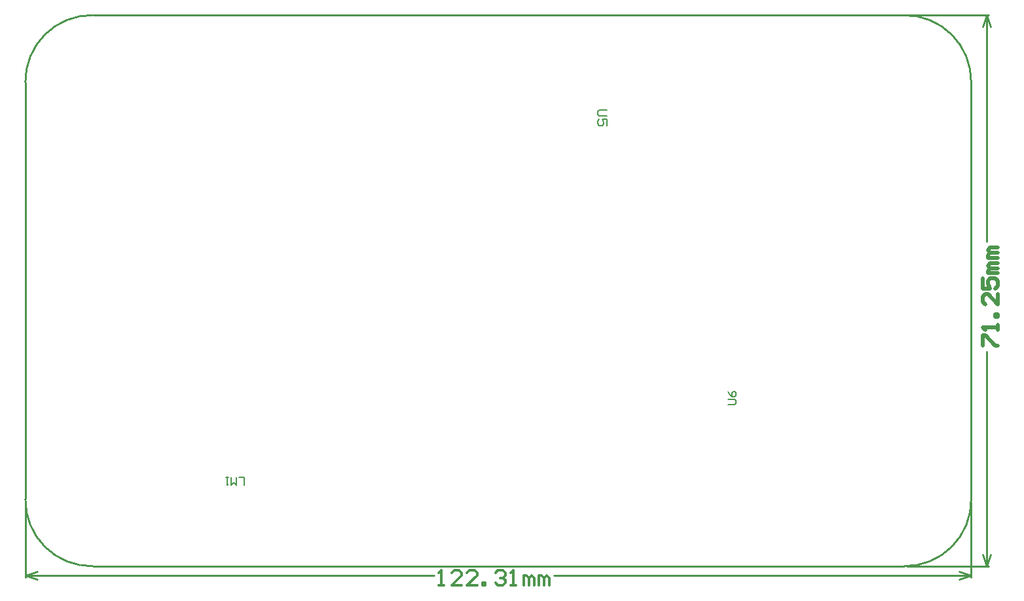
<source format=gm1>
%TF.GenerationSoftware,Altium Limited,Altium Designer,23.11.1 (41)*%
G04 Layer_Color=16711935*
%FSLAX45Y45*%
%MOMM*%
%TF.SameCoordinates,FD849FC7-13BB-4974-9BF6-0D42D88E725C*%
%TF.FilePolarity,Positive*%
%TF.FileFunction,Other,Mechanical_1*%
%TF.Part,Single*%
G01*
G75*
%TA.AperFunction,NonConductor*%
%ADD28C,0.15240*%
%ADD35C,0.25400*%
%ADD51C,0.30000*%
%ADD52C,0.50000*%
%ADD53C,0.17780*%
%ADD54C,0.15000*%
D28*
X5156200Y-13169867D02*
Y-13068300D01*
X5088489D01*
X5054633D02*
Y-13169867D01*
X5020777Y-13136011D01*
X4986921Y-13169867D01*
Y-13068300D01*
X4953066D02*
X4919210D01*
X4936138D01*
Y-13169867D01*
X4953066Y-13152939D01*
D35*
X2330273Y-13347791D02*
G03*
X3200309Y-14217827I857427J-12609D01*
G01*
X13690686Y-14218146D02*
G03*
X14561044Y-13347786I12614J857745D01*
G01*
X14560733Y-7962809D02*
G03*
X13690691Y-7092767I-857433J12609D01*
G01*
X3200314Y-7092455D02*
G03*
X2329955Y-7962814I-12614J-857745D01*
G01*
X2330273Y-14363699D02*
Y-13385892D01*
X14561044Y-14363699D02*
Y-13385886D01*
X2330273Y-14338300D02*
X7618424D01*
X9162095D02*
X14561044D01*
X2330273D02*
X2482673Y-14389101D01*
X2330273Y-14338300D02*
X2482673Y-14287500D01*
X14408646D02*
X14561044Y-14338300D01*
X14408646Y-14389101D02*
X14561044Y-14338300D01*
X13728786Y-14217827D02*
X14782800D01*
X13576385Y-7092455D02*
X14782800D01*
X14757401Y-14217827D02*
Y-11439070D01*
Y-10022012D02*
Y-7092455D01*
Y-14217827D02*
X14808200Y-14065427D01*
X14706599D02*
X14757401Y-14217827D01*
X14706599Y-7244855D02*
X14757401Y-7092455D01*
X14808200Y-7244855D01*
X14561044Y-7962809D02*
X14561044Y-13347786D01*
X13690379Y-7092455D02*
X13690691Y-7092767D01*
X13538286Y-7092455D02*
X13690379D01*
X3200314D02*
X13538286D01*
X3200309Y-14217827D02*
X13690686D01*
X2330273Y-13347791D02*
Y-13144818D01*
X2329955Y-13144501D02*
Y-7962814D01*
D51*
X7673824Y-14468268D02*
X7740469D01*
X7707146D01*
Y-14268332D01*
X7673824Y-14301656D01*
X7973727Y-14468268D02*
X7840436D01*
X7973727Y-14334978D01*
Y-14301656D01*
X7940404Y-14268332D01*
X7873759D01*
X7840436Y-14301656D01*
X8173662Y-14468268D02*
X8040372D01*
X8173662Y-14334978D01*
Y-14301656D01*
X8140340Y-14268332D01*
X8073695D01*
X8040372Y-14301656D01*
X8240308Y-14468268D02*
Y-14434946D01*
X8273630D01*
Y-14468268D01*
X8240308D01*
X8406920Y-14301656D02*
X8440243Y-14268332D01*
X8506888D01*
X8540211Y-14301656D01*
Y-14334978D01*
X8506888Y-14368300D01*
X8473565D01*
X8506888D01*
X8540211Y-14401624D01*
Y-14434946D01*
X8506888Y-14468268D01*
X8440243D01*
X8406920Y-14434946D01*
X8606856Y-14468268D02*
X8673501D01*
X8640179D01*
Y-14268332D01*
X8606856Y-14301656D01*
X8773469Y-14468268D02*
Y-14334978D01*
X8806791D01*
X8840114Y-14368300D01*
Y-14468268D01*
Y-14368300D01*
X8873437Y-14334978D01*
X8906759Y-14368300D01*
Y-14468268D01*
X8973404D02*
Y-14334978D01*
X9006727D01*
X9040049Y-14368300D01*
Y-14468268D01*
Y-14368300D01*
X9073372Y-14334978D01*
X9106695Y-14368300D01*
Y-14468268D01*
D52*
X14707433Y-11363670D02*
Y-11230380D01*
X14740755D01*
X14874045Y-11363670D01*
X14907368D01*
Y-11163734D02*
Y-11097089D01*
Y-11130412D01*
X14707433D01*
X14740755Y-11163734D01*
X14907368Y-10997122D02*
X14874045D01*
Y-10963799D01*
X14907368D01*
Y-10997122D01*
Y-10697218D02*
Y-10830509D01*
X14774077Y-10697218D01*
X14740755D01*
X14707433Y-10730541D01*
Y-10797186D01*
X14740755Y-10830509D01*
X14707433Y-10497283D02*
Y-10630573D01*
X14807401D01*
X14774077Y-10563928D01*
Y-10530605D01*
X14807401Y-10497283D01*
X14874045D01*
X14907368Y-10530605D01*
Y-10597251D01*
X14874045Y-10630573D01*
X14907368Y-10430638D02*
X14774077D01*
Y-10397315D01*
X14807401Y-10363992D01*
X14907368D01*
X14807401D01*
X14774077Y-10330670D01*
X14807401Y-10297347D01*
X14907368D01*
Y-10230702D02*
X14774077D01*
Y-10197379D01*
X14807401Y-10164057D01*
X14907368D01*
X14807401D01*
X14774077Y-10130734D01*
X14807401Y-10097412D01*
X14907368D01*
D53*
X11417333Y-12128500D02*
X11501972D01*
X11518900Y-12111572D01*
Y-12077717D01*
X11501972Y-12060789D01*
X11417333D01*
Y-11959221D02*
X11434261Y-11993077D01*
X11468117Y-12026933D01*
X11501972D01*
X11518900Y-12010005D01*
Y-11976149D01*
X11501972Y-11959221D01*
X11485044D01*
X11468117Y-11976149D01*
Y-12026933D01*
D54*
X9848161Y-8318500D02*
X9748194D01*
X9728200Y-8338494D01*
Y-8378481D01*
X9748194Y-8398474D01*
X9848161D01*
Y-8518435D02*
Y-8438461D01*
X9788181D01*
X9808174Y-8478448D01*
Y-8498442D01*
X9788181Y-8518435D01*
X9748194D01*
X9728200Y-8498442D01*
Y-8458455D01*
X9748194Y-8438461D01*
%TF.MD5,8b852f4b138dffcaf074760c3afcd4bd*%
M02*

</source>
